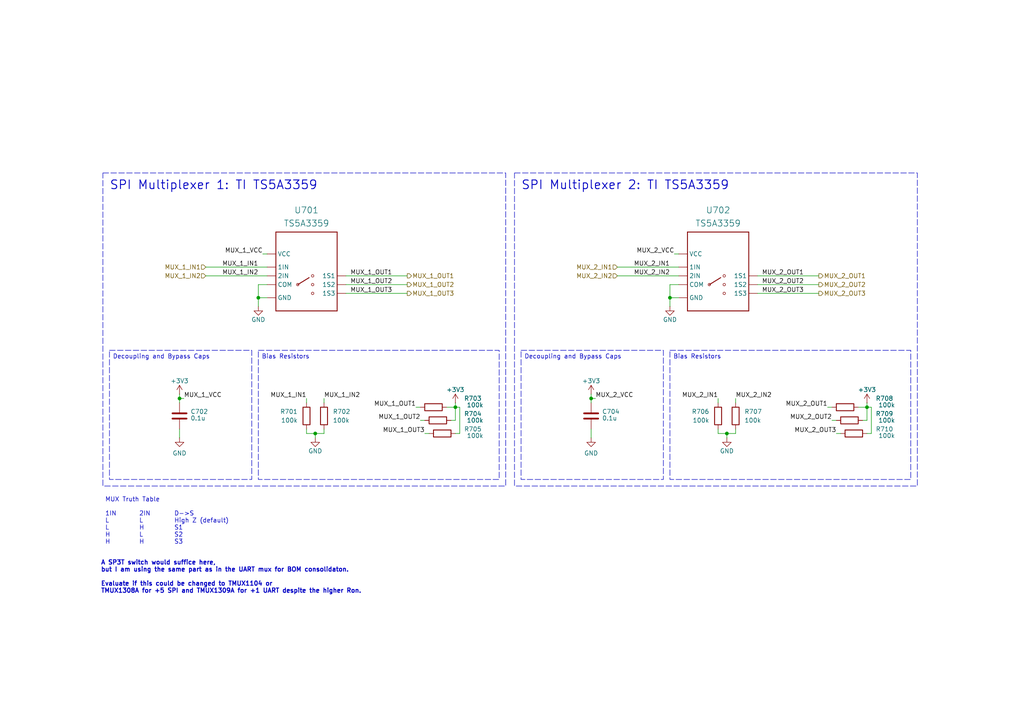
<source format=kicad_sch>
(kicad_sch (version 20231120) (generator "eeschema") (generator_version "8.0")
  (paper "A4")
  (title_block (title "bac MCU MicroMod Main Board Dual Function Single bacBus v1") (date "2025-02-12") (rev "1") (company "Build a CubeSat") (comment 1 "Manuel Imboden") (comment 2 "CC BY-SA 4.0") (comment 3 "https://buildacubesat.space"))
  (lib_symbols
    (symbol "Device:C" (pin_numbers hide) (pin_names (offset 0.254))
      (property "Reference" "C" (at 0.635 2.54 0))
      (property "Value" "C" (at 0.635 -2.54 0))
      (symbol "C_0_1"
        (polyline (pts (xy -2.032 -0.762) (xy 2.032 -0.762)) (stroke (width 0.508)))
        (polyline (pts (xy -2.032 0.762) (xy 2.032 0.762)) (stroke (width 0.508)))
      )
      (symbol "C_1_1"
        (pin passive line (at 0 3.81 270) (length 2.794) (name "~") (number "1"))
        (pin passive line (at 0 -3.81 90) (length 2.794) (name "~") (number "2"))
      )
    )
    (symbol "Device:R" (pin_numbers hide) (pin_names (offset 0))
      (property "Reference" "R" (at 2.032 0 90))
      (property "Value" "R" (at 0 0 90))
      (symbol "R_0_1"
        (rectangle (start -1.016 -2.54) (end 1.016 2.54) (stroke (width 0.254)))
      )
      (symbol "R_1_1"
        (pin passive line (at 0 3.81 270) (length 1.27) (name "~") (number "1"))
        (pin passive line (at 0 -3.81 90) (length 1.27) (name "~") (number "2"))
      )
    )
    (symbol "bac MicroMod Main Board v1:TI TS5A3359DCUR"
      (property "Reference" "U" (at -7.62 13.208 0))
      (property "Value" "TS5A3359" (at -5.588 -12.954 0))
      (symbol "TI TS5A3359DCUR_1_0"
        (circle (center -1.27 -2.54) (radius 0.3592))
        (polyline (pts (xy -7.62 -10.16) (xy -7.62 12.7)) (stroke (width 0.254)))
        (polyline (pts (xy -7.62 12.7) (xy 10.16 12.7)) (stroke (width 0.254)))
        (polyline (pts (xy -1.27 -2.54) (xy 2.032 -0.508)) (stroke (width 0.254)))
        (polyline (pts (xy 10.16 -10.16) (xy -7.62 -10.16)) (stroke (width 0.254)))
        (polyline (pts (xy 10.16 12.7) (xy 10.16 -10.16)) (stroke (width 0.254)))
        (circle (center 3.048 -5.08) (radius 0.3592))
        (circle (center 3.048 -2.54) (radius 0.3592))
        (circle (center 3.048 0) (radius 0.3592))
        (pin bidirectional line (at 12.7 0 180) (length 2.54) (name "1S1") (number "1"))
        (pin bidirectional line (at 12.7 -2.54 180) (length 2.54) (name "1S2") (number "2"))
        (pin bidirectional line (at 12.7 -5.08 180) (length 2.54) (name "1S3") (number "3"))
        (pin power_in line (at -10.16 -6.35 0) (length 2.54) (name "GND") (number "4"))
        (pin bidirectional line (at -10.16 0 0) (length 2.54) (name "2IN") (number "5"))
        (pin bidirectional line (at -10.16 2.54 0) (length 2.54) (name "1IN") (number "6"))
        (pin bidirectional line (at -10.16 -2.54 0) (length 2.54) (name "COM") (number "7"))
        (pin power_in line (at -10.16 6.35 0) (length 2.54) (name "VCC") (number "8"))
      )
    )
    (symbol "power:+3.3V" (power) (pin_numbers hide) (pin_names (offset 0) hide)
      (property "Value" "+3.3V" (at 0 3.556 0))
      (symbol "+3.3V_0_1"
        (polyline (pts (xy -0.762 1.27) (xy 0 2.54)))
        (polyline (pts (xy 0 0) (xy 0 2.54)))
        (polyline (pts (xy 0 2.54) (xy 0.762 1.27)))
      )
      (symbol "+3.3V_1_1"
        (pin power_in line (at 0 0 90) (length 0) (name "~") (number "1"))
      )
    )
    (symbol "power:GND" (power) (pin_numbers hide) (pin_names (offset 0) hide)
      (property "Value" "GND" (at 0 -3.81 0))
      (symbol "GND_0_1"
        (polyline (pts (xy 0 0) (xy 0 -1.27) (xy 1.27 -1.27) (xy 0 -2.54) (xy -1.27 -1.27) (xy 0 -1.27)))
      )
      (symbol "GND_1_1"
        (pin power_in line (at 0 0 270) (length 0) (name "~") (number "1"))
      )
    )
  )
  (junction (at 91.44 125.73))
  (junction (at 52.07 115.57))
  (junction (at 210.82 125.73))
  (junction (at 251.46 118.11))
  (junction (at 171.45 115.57))
  (junction (at 74.93 86.36))
  (junction (at 194.31 86.36))
  (junction (at 132.08 118.11))
  (wire (pts (xy 59.69 80.01) (xy 77.47 80.01)) (stroke (width 0.1524)))
  (wire (pts (xy 248.92 118.11) (xy 251.46 118.11)))
  (wire (pts (xy 93.98 125.73) (xy 93.98 124.46)))
  (wire (pts (xy 194.31 82.55) (xy 196.85 82.55)) (stroke (width 0.1524)))
  (wire (pts (xy 59.69 77.47) (xy 77.47 77.47)))
  (wire (pts (xy 241.3 121.92) (xy 242.57 121.92)))
  (wire (pts (xy 88.9 115.57) (xy 88.9 116.84)))
  (wire (pts (xy 100.33 85.09) (xy 118.11 85.09)))
  (wire (pts (xy 132.08 121.92) (xy 130.81 121.92)))
  (wire (pts (xy 123.19 125.73) (xy 124.46 125.73)))
  (wire (pts (xy 88.9 124.46) (xy 88.9 125.73)))
  (wire (pts (xy 91.44 125.73) (xy 91.44 127)))
  (wire (pts (xy 251.46 121.92) (xy 250.19 121.92)))
  (wire (pts (xy 213.36 115.57) (xy 213.36 116.84)))
  (wire (pts (xy 132.08 118.11) (xy 132.08 121.92)))
  (wire (pts (xy 194.31 86.36) (xy 196.85 86.36)) (stroke (width 0.1524)))
  (wire (pts (xy 171.45 124.46) (xy 171.45 127)))
  (wire (pts (xy 132.08 118.11) (xy 133.35 118.11)))
  (wire (pts (xy 242.57 125.73) (xy 243.84 125.73)))
  (wire (pts (xy 91.44 125.73) (xy 93.98 125.73)))
  (wire (pts (xy 219.71 85.09) (xy 237.49 85.09)))
  (wire (pts (xy 53.34 115.57) (xy 52.07 115.57)))
  (wire (pts (xy 88.9 125.73) (xy 91.44 125.73)))
  (wire (pts (xy 179.07 77.47) (xy 196.85 77.47)))
  (wire (pts (xy 120.65 118.11) (xy 121.92 118.11)))
  (wire (pts (xy 252.73 125.73) (xy 251.46 125.73)))
  (wire (pts (xy 195.58 73.66) (xy 196.85 73.66)))
  (wire (pts (xy 133.35 125.73) (xy 132.08 125.73)))
  (wire (pts (xy 76.2 73.66) (xy 77.47 73.66)))
  (wire (pts (xy 93.98 115.57) (xy 93.98 116.84)))
  (wire (pts (xy 74.93 86.36) (xy 77.47 86.36)) (stroke (width 0.1524)))
  (wire (pts (xy 132.08 116.84) (xy 132.08 118.11)))
  (wire (pts (xy 240.03 118.11) (xy 241.3 118.11)))
  (wire (pts (xy 219.71 80.01) (xy 237.49 80.01)))
  (wire (pts (xy 171.45 114.3) (xy 171.45 115.57)))
  (wire (pts (xy 210.82 125.73) (xy 210.82 127)))
  (wire (pts (xy 219.71 82.55) (xy 237.49 82.55)))
  (wire (pts (xy 74.93 88.9) (xy 74.93 86.36)))
  (wire (pts (xy 251.46 116.84) (xy 251.46 118.11)))
  (wire (pts (xy 121.92 121.92) (xy 123.19 121.92)))
  (wire (pts (xy 171.45 115.57) (xy 171.45 116.84)))
  (wire (pts (xy 100.33 80.01) (xy 118.11 80.01)))
  (wire (pts (xy 179.07 80.01) (xy 196.85 80.01)) (stroke (width 0.1524)))
  (wire (pts (xy 251.46 118.11) (xy 252.73 118.11)))
  (wire (pts (xy 208.28 125.73) (xy 210.82 125.73)))
  (wire (pts (xy 194.31 88.9) (xy 194.31 86.36)))
  (wire (pts (xy 208.28 115.57) (xy 208.28 116.84)))
  (wire (pts (xy 208.28 124.46) (xy 208.28 125.73)))
  (wire (pts (xy 210.82 125.73) (xy 213.36 125.73)))
  (wire (pts (xy 74.93 86.36) (xy 74.93 82.55)) (stroke (width 0.1524)))
  (wire (pts (xy 52.07 115.57) (xy 52.07 116.84)))
  (wire (pts (xy 252.73 118.11) (xy 252.73 125.73)))
  (wire (pts (xy 133.35 118.11) (xy 133.35 125.73)))
  (wire (pts (xy 52.07 124.46) (xy 52.07 127)))
  (wire (pts (xy 172.72 115.57) (xy 171.45 115.57)))
  (wire (pts (xy 100.33 82.55) (xy 118.11 82.55)))
  (wire (pts (xy 213.36 125.73) (xy 213.36 124.46)))
  (wire (pts (xy 74.93 82.55) (xy 77.47 82.55)) (stroke (width 0.1524)))
  (wire (pts (xy 251.46 118.11) (xy 251.46 121.92)))
  (wire (pts (xy 52.07 114.3) (xy 52.07 115.57)))
  (wire (pts (xy 129.54 118.11) (xy 132.08 118.11)))
  (wire (pts (xy 194.31 86.36) (xy 194.31 82.55)) (stroke (width 0.1524)))
  (text_box "Bias Resistors" (at 74.93 101.6 0) (size 69.85 37.465) (stroke (width 0) (type dash)) (effects (font (size 1.27 1.27)) (justify left top)))
  (text_box "SPI Multiplexer 2: TI TS5A3359" (at 149.225 50.165 0) (size 116.84 90.805) (stroke (width 0) (type dash)) (effects (font (size 2.54 2.54) (thickness 0.254) (bold yes)) (justify left top)))
  (text_box "Decoupling and Bypass Caps" (at 151.13 101.6 0) (size 41.275 37.465) (stroke (width 0) (type dash)) (effects (font (size 1.27 1.27)) (justify left top)))
  (text_box "Decoupling and Bypass Caps" (at 31.75 101.6 0) (size 41.275 37.465) (stroke (width 0) (type dash)) (effects (font (size 1.27 1.27)) (justify left top)))
  (text_box "Bias Resistors" (at 194.31 101.6 0) (size 69.85 37.465) (stroke (width 0) (type dash)) (effects (font (size 1.27 1.27)) (justify left top)))
  (text_box "SPI Multiplexer 1: TI TS5A3359" (at 29.845 50.165 0) (size 116.84 90.805) (stroke (width 0) (type dash)) (effects (font (size 2.54 2.54) (thickness 0.254) (bold yes)) (justify left top)))
  (text "MUX Truth Table\n\n1IN		2IN		D->S\nL		L		High Z (default)\nL		H		S1\nH		L		S2\nH		H		S3" (at 30.48 151.13 0) (effects (font (size 1.27 1.27)) (justify left)))
  (text "A SP3T switch would suffice here,\nbut I am using the same part as in the UART mux for BOM consolidaton.\n\nEvaluate if this could be changed to TMUX1104 or\nTMUX1308A for +5 SPI and TMUX1309A for +1 UART despite the higher Ron." (at 29.21 162.56 0) (effects (font (size 1.27 1.27) (thickness 0.254) (bold yes)) (justify left top)))
  (label "MUX_2_OUT1" (at 240.03 118.11 180))
  (label "MUX_2_VCC" (at 195.58 73.66 180))
  (label "MUX_2_OUT2" (at 241.3 121.92 180))
  (label "MUX_1_OUT1" (at 120.65 118.11 180))
  (label "MUX_2_OUT3" (at 242.57 125.73 180))
  (label "MUX_2_OUT2" (at 220.98 82.55 0))
  (label "MUX_1_IN2" (at 93.98 115.57 0))
  (label "MUX_1_OUT2" (at 121.92 121.92 180))
  (label "MUX_2_IN2" (at 194.31 80.01 180))
  (label "MUX_1_OUT1" (at 101.6 80.01 0))
  (label "MUX_1_OUT3" (at 101.6 85.09 0))
  (label "MUX_1_IN2" (at 74.93 80.01 180))
  (label "MUX_2_IN1" (at 208.28 115.57 180))
  (label "MUX_1_OUT3" (at 123.19 125.73 180))
  (label "MUX_2_IN1" (at 194.31 77.47 180))
  (label "MUX_1_IN1" (at 88.9 115.57 180))
  (label "MUX_1_VCC" (at 76.2 73.66 180))
  (label "MUX_2_IN2" (at 213.36 115.57 0))
  (label "MUX_1_VCC" (at 53.34 115.57 0))
  (label "MUX_2_OUT3" (at 220.98 85.09 0))
  (label "MUX_1_OUT2" (at 101.6 82.55 0))
  (label "MUX_2_OUT1" (at 220.98 80.01 0))
  (label "MUX_2_VCC" (at 172.72 115.57 0))
  (label "MUX_1_IN1" (at 74.93 77.47 180))
  (hierarchical_label "MUX_1_IN2" (shape input) (at 59.69 80.01 180))
  (hierarchical_label "MUX_2_OUT1" (shape output) (at 237.49 80.01 0))
  (hierarchical_label "MUX_1_OUT2" (shape output) (at 118.11 82.55 0))
  (hierarchical_label "MUX_1_OUT1" (shape output) (at 118.11 80.01 0))
  (hierarchical_label "MUX_1_IN1" (shape input) (at 59.69 77.47 180))
  (hierarchical_label "MUX_2_OUT2" (shape output) (at 237.49 82.55 0))
  (hierarchical_label "MUX_2_OUT3" (shape output) (at 237.49 85.09 0))
  (hierarchical_label "MUX_1_OUT3" (shape output) (at 118.11 85.09 0))
  (hierarchical_label "MUX_2_IN1" (shape input) (at 179.07 77.47 180))
  (hierarchical_label "MUX_2_IN2" (shape input) (at 179.07 80.01 180))
  (symbol (lib_id "Device:R") (at 93.98 120.65 0) (unit 1)
    (property "Reference" "R702" (at 96.52 119.3799 0) (effects (justify left)))
    (property "Value" "100k" (at 96.52 121.9199 0) (effects (justify left)))
    (property "Footprint" "bac MicroMod Main Board v1:bac-R-0603-100k" (effects (hide yes)))
    (property "Description" "Resistor" (effects (hide yes)))
    (property "Series" "E96" (effects (hide yes)))
  )
  (symbol (lib_id "Device:R") (at 213.36 120.65 0) (unit 1)
    (property "Reference" "R707" (at 215.9 119.3799 0) (effects (justify left)))
    (property "Value" "100k" (at 215.9 121.9199 0) (effects (justify left)))
    (property "Footprint" "bac MicroMod Main Board v1:bac-R-0603-100k" (effects (hide yes)))
    (property "Description" "Resistor" (effects (hide yes)))
    (property "Series" "E96" (effects (hide yes)))
  )
  (symbol (lib_id "Device:R") (at 246.38 121.92 90) (unit 1)
    (property "Reference" "R709" (at 256.54 120.015 90))
    (property "Value" "100k" (at 257.175 121.92 90))
    (property "Footprint" "bac MicroMod Main Board v1:bac-R-0603-100k" (effects (hide yes)))
    (property "Description" "Resistor" (effects (hide yes)))
    (property "Series" "E96" (effects (hide yes)))
  )
  (symbol (lib_id "power:GND") (at 210.82 127 0) (unit 1)
    (property "Reference" "#PWR0709" (effects (hide yes)))
    (property "Value" "GND" (at 210.82 130.81 0))
    (property "Description" "Power symbol creates a global label with name \"GND\" , ground" (effects (hide yes)))
  )
  (symbol (lib_id "power:+3.3V") (at 52.07 114.3 0) (mirror y) (unit 1)
    (property "Reference" "#PWR0701" (effects (hide yes)))
    (property "Value" "+3V3" (at 52.07 110.49 0))
    (property "Description" "Power symbol creates a global label with name \"+3.3V\"" (effects (hide yes)))
  )
  (symbol (lib_id "Device:C") (at 52.07 120.65 0) (unit 1)
    (property "Reference" "C702" (at 55.245 119.38 0) (effects (justify left)))
    (property "Value" "0.1u" (at 55.245 121.285 0) (effects (justify left)))
    (property "Footprint" "bac MicroMod Main Board v1:bac-C-0603-0.1u" (effects (hide yes)))
    (property "Description" "Unpolarized capacitor" (effects (hide yes)))
    (property "Height" "0.95mm" (effects (hide yes)))
    (property "Rated Voltage" "50V" (effects (hide yes)))
    (property "Temperature Coefficient" "X7R" (effects (hide yes)))
  )
  (symbol (lib_id "bac MicroMod Main Board v1:TI TS5A3359DCUR") (at 87.63 80.01 0) (unit 1)
    (property "Reference" "U701" (at 88.9 60.96 0) (effects (font (size 1.778 1.778))))
    (property "Value" "TS5A3359" (at 88.9 64.77 0) (effects (font (size 1.778 1.778))))
    (property "Footprint" "bac MicroMod Main Board v1:TI-TS5A3359DCUR" (effects (hide yes)))
    (property "Datasheet" "https://www.ti.com/lit/ds/symlink/ts5a3359.pdf" (effects (hide yes)))
    (property "Description" "1 Circuit IC Switch 3:1 900mOhm 8-VSSOP" (effects (hide yes)))
  )
  (symbol (lib_id "Device:R") (at 88.9 120.65 0) (mirror y) (unit 1)
    (property "Reference" "R701" (at 86.36 119.3799 0) (effects (justify left)))
    (property "Value" "100k" (at 86.36 121.9199 0) (effects (justify left)))
    (property "Footprint" "bac MicroMod Main Board v1:bac-R-0603-100k" (effects (hide yes)))
    (property "Description" "Resistor" (effects (hide yes)))
    (property "Series" "E96" (effects (hide yes)))
  )
  (symbol (lib_id "Device:R") (at 128.27 125.73 90) (unit 1)
    (property "Reference" "R705" (at 137.16 124.46 90))
    (property "Value" "100k" (at 137.795 126.365 90))
    (property "Footprint" "bac MicroMod Main Board v1:bac-R-0603-100k" (effects (hide yes)))
    (property "Description" "Resistor" (effects (hide yes)))
    (property "Series" "E96" (effects (hide yes)))
  )
  (symbol (lib_id "power:GND") (at 194.31 88.9 0) (unit 1)
    (property "Reference" "#PWR0711" (effects (hide yes)))
    (property "Value" "GND" (at 194.31 92.71 0))
    (property "Description" "Power symbol creates a global label with name \"GND\" , ground" (effects (hide yes)))
  )
  (symbol (lib_id "Device:R") (at 245.11 118.11 90) (unit 1)
    (property "Reference" "R708" (at 256.54 115.57 90))
    (property "Value" "100k" (at 257.175 117.475 90))
    (property "Footprint" "bac MicroMod Main Board v1:bac-R-0603-100k" (effects (hide yes)))
    (property "Description" "Resistor" (effects (hide yes)))
    (property "Series" "E96" (effects (hide yes)))
  )
  (symbol (lib_id "Device:R") (at 127 121.92 90) (unit 1)
    (property "Reference" "R704" (at 137.16 120.015 90))
    (property "Value" "100k" (at 137.795 121.92 90))
    (property "Footprint" "bac MicroMod Main Board v1:bac-R-0603-100k" (effects (hide yes)))
    (property "Description" "Resistor" (effects (hide yes)))
    (property "Series" "E96" (effects (hide yes)))
  )
  (symbol (lib_id "Device:R") (at 125.73 118.11 90) (unit 1)
    (property "Reference" "R703" (at 137.16 115.57 90))
    (property "Value" "100k" (at 137.795 117.475 90))
    (property "Footprint" "bac MicroMod Main Board v1:bac-R-0603-100k" (effects (hide yes)))
    (property "Description" "Resistor" (effects (hide yes)))
    (property "Series" "E96" (effects (hide yes)))
  )
  (symbol (lib_id "power:GND") (at 171.45 127 0) (mirror y) (unit 1)
    (property "Reference" "#PWR0707" (effects (hide yes)))
    (property "Value" "GND" (at 171.45 131.445 0))
    (property "Description" "Power symbol creates a global label with name \"GND\" , ground" (effects (hide yes)))
  )
  (symbol (lib_id "power:+3.3V") (at 251.46 116.84 0) (unit 1)
    (property "Reference" "#PWR0710" (effects (hide yes)))
    (property "Value" "+3V3" (at 251.46 113.03 0))
    (property "Description" "Power symbol creates a global label with name \"+3.3V\"" (effects (hide yes)))
  )
  (symbol (lib_id "bac MicroMod Main Board v1:TI TS5A3359DCUR") (at 207.01 80.01 0) (unit 1)
    (property "Reference" "U702" (at 208.28 60.96 0) (effects (font (size 1.778 1.778))))
    (property "Value" "TS5A3359" (at 208.28 64.77 0) (effects (font (size 1.778 1.778))))
    (property "Footprint" "bac MicroMod Main Board v1:TI-TS5A3359DCUR" (effects (hide yes)))
    (property "Datasheet" "https://www.ti.com/lit/ds/symlink/ts5a3359.pdf" (effects (hide yes)))
    (property "Description" "1 Circuit IC Switch 3:1 900mOhm 8-VSSOP" (effects (hide yes)))
  )
  (symbol (lib_id "power:+3.3V") (at 132.08 116.84 0) (unit 1)
    (property "Reference" "#PWR0705" (effects (hide yes)))
    (property "Value" "+3V3" (at 132.08 113.03 0))
    (property "Description" "Power symbol creates a global label with name \"+3.3V\"" (effects (hide yes)))
  )
  (symbol (lib_id "power:GND") (at 74.93 88.9 0) (unit 1)
    (property "Reference" "#PWR0703" (effects (hide yes)))
    (property "Value" "GND" (at 74.93 92.71 0))
    (property "Description" "Power symbol creates a global label with name \"GND\" , ground" (effects (hide yes)))
  )
  (symbol (lib_id "Device:R") (at 208.28 120.65 0) (mirror y) (unit 1)
    (property "Reference" "R706" (at 205.74 119.3799 0) (effects (justify left)))
    (property "Value" "100k" (at 205.74 121.9199 0) (effects (justify left)))
    (property "Footprint" "bac MicroMod Main Board v1:bac-R-0603-100k" (effects (hide yes)))
    (property "Description" "Resistor" (effects (hide yes)))
    (property "Series" "E96" (effects (hide yes)))
  )
  (symbol (lib_id "power:+3.3V") (at 171.45 114.3 0) (mirror y) (unit 1)
    (property "Reference" "#PWR0706" (effects (hide yes)))
    (property "Value" "+3V3" (at 171.45 110.49 0))
    (property "Description" "Power symbol creates a global label with name \"+3.3V\"" (effects (hide yes)))
  )
  (symbol (lib_id "Device:C") (at 171.45 120.65 0) (unit 1)
    (property "Reference" "C704" (at 174.625 119.38 0) (effects (justify left)))
    (property "Value" "0.1u" (at 174.625 121.285 0) (effects (justify left)))
    (property "Footprint" "bac MicroMod Main Board v1:bac-C-0603-0.1u" (effects (hide yes)))
    (property "Description" "Unpolarized capacitor" (effects (hide yes)))
    (property "Height" "0.95mm" (effects (hide yes)))
    (property "Rated Voltage" "50V" (effects (hide yes)))
    (property "Temperature Coefficient" "X7R" (effects (hide yes)))
  )
  (symbol (lib_id "power:GND") (at 52.07 127 0) (mirror y) (unit 1)
    (property "Reference" "#PWR0702" (effects (hide yes)))
    (property "Value" "GND" (at 52.07 131.445 0))
    (property "Description" "Power symbol creates a global label with name \"GND\" , ground" (effects (hide yes)))
  )
  (symbol (lib_id "power:GND") (at 91.44 127 0) (unit 1)
    (property "Reference" "#PWR0704" (effects (hide yes)))
    (property "Value" "GND" (at 91.44 130.81 0))
    (property "Description" "Power symbol creates a global label with name \"GND\" , ground" (effects (hide yes)))
  )
  (symbol (lib_id "Device:R") (at 247.65 125.73 90) (unit 1)
    (property "Reference" "R710" (at 256.54 124.46 90))
    (property "Value" "100k" (at 257.175 126.365 90))
    (property "Footprint" "bac MicroMod Main Board v1:bac-R-0603-100k" (effects (hide yes)))
    (property "Description" "Resistor" (effects (hide yes)))
    (property "Series" "E96" (effects (hide yes)))
  )
)
</source>
